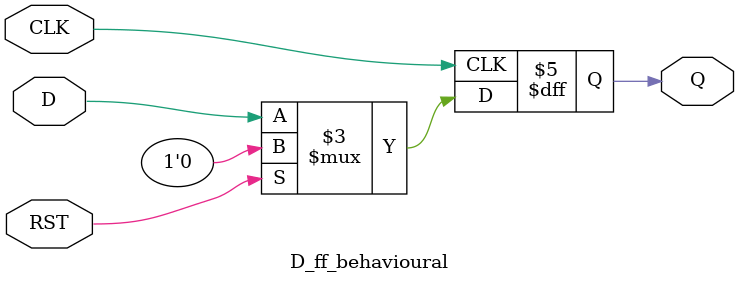
<source format=v>
module D_ff_behavioural(input D,CLK,RST,output reg Q);
   
  always@(posedge CLK)
    begin
     if(RST)
       Q <= 0;
     else
       Q <= D;
	end

endmodule	

  
</source>
